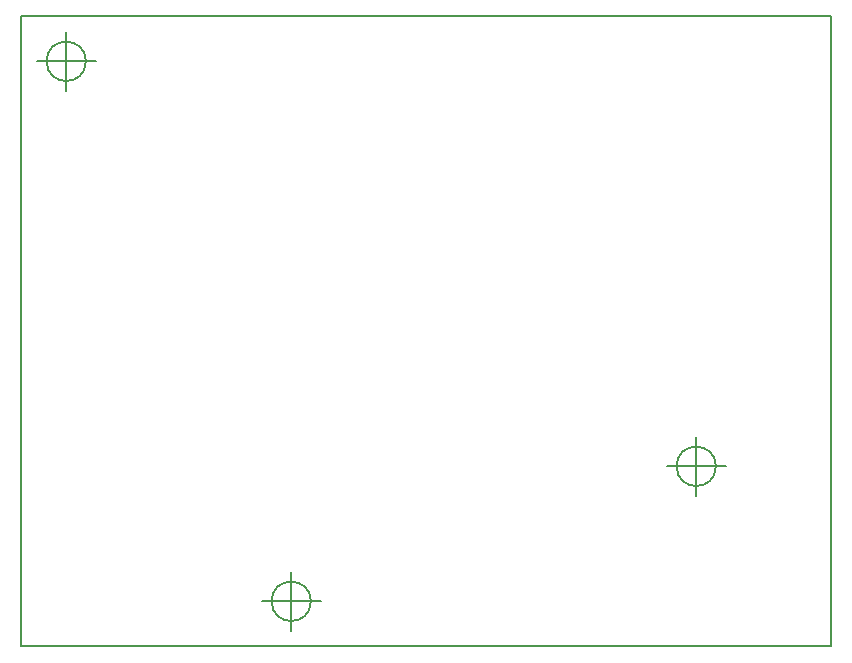
<source format=gbr>
%TF.GenerationSoftware,KiCad,Pcbnew,(5.1.10)-1*%
%TF.CreationDate,2021-10-12T20:12:19-04:00*%
%TF.ProjectId,monkey_arduino_shield,6d6f6e6b-6579-45f6-9172-6475696e6f5f,rev?*%
%TF.SameCoordinates,PX69db1f0PY7882d48*%
%TF.FileFunction,Profile,NP*%
%FSLAX46Y46*%
G04 Gerber Fmt 4.6, Leading zero omitted, Abs format (unit mm)*
G04 Created by KiCad (PCBNEW (5.1.10)-1) date 2021-10-12 20:12:19*
%MOMM*%
%LPD*%
G01*
G04 APERTURE LIST*
%TA.AperFunction,Profile*%
%ADD10C,0.150000*%
%TD*%
G04 APERTURE END LIST*
D10*
X24526666Y3810000D02*
G75*
G03*
X24526666Y3810000I-1666666J0D01*
G01*
X20360000Y3810000D02*
X25360000Y3810000D01*
X22860000Y6310000D02*
X22860000Y1310000D01*
X5476666Y49530000D02*
G75*
G03*
X5476666Y49530000I-1666666J0D01*
G01*
X1310000Y49530000D02*
X6310000Y49530000D01*
X3810000Y52030000D02*
X3810000Y47030000D01*
X58816666Y15240000D02*
G75*
G03*
X58816666Y15240000I-1666666J0D01*
G01*
X54650000Y15240000D02*
X59650000Y15240000D01*
X57150000Y17740000D02*
X57150000Y12740000D01*
X58816666Y15240000D02*
G75*
G03*
X58816666Y15240000I-1666666J0D01*
G01*
X54650000Y15240000D02*
X59650000Y15240000D01*
X57150000Y17740000D02*
X57150000Y12740000D01*
X24526666Y3810000D02*
G75*
G03*
X24526666Y3810000I-1666666J0D01*
G01*
X20360000Y3810000D02*
X25360000Y3810000D01*
X22860000Y6310000D02*
X22860000Y1310000D01*
X5476666Y49530000D02*
G75*
G03*
X5476666Y49530000I-1666666J0D01*
G01*
X1310000Y49530000D02*
X6310000Y49530000D01*
X3810000Y52030000D02*
X3810000Y47030000D01*
X68580000Y53340000D02*
X64516000Y53340000D01*
X68580000Y40386000D02*
X68580000Y53340000D01*
X68580000Y37846000D02*
X68580000Y40386000D01*
X68580000Y5080000D02*
X68580000Y37846000D01*
X68580000Y0D02*
X68580000Y5080000D01*
X66040000Y0D02*
X68580000Y0D01*
X0Y0D02*
X66040000Y0D01*
X0Y53340000D02*
X0Y0D01*
X64516000Y53340000D02*
X0Y53340000D01*
M02*

</source>
